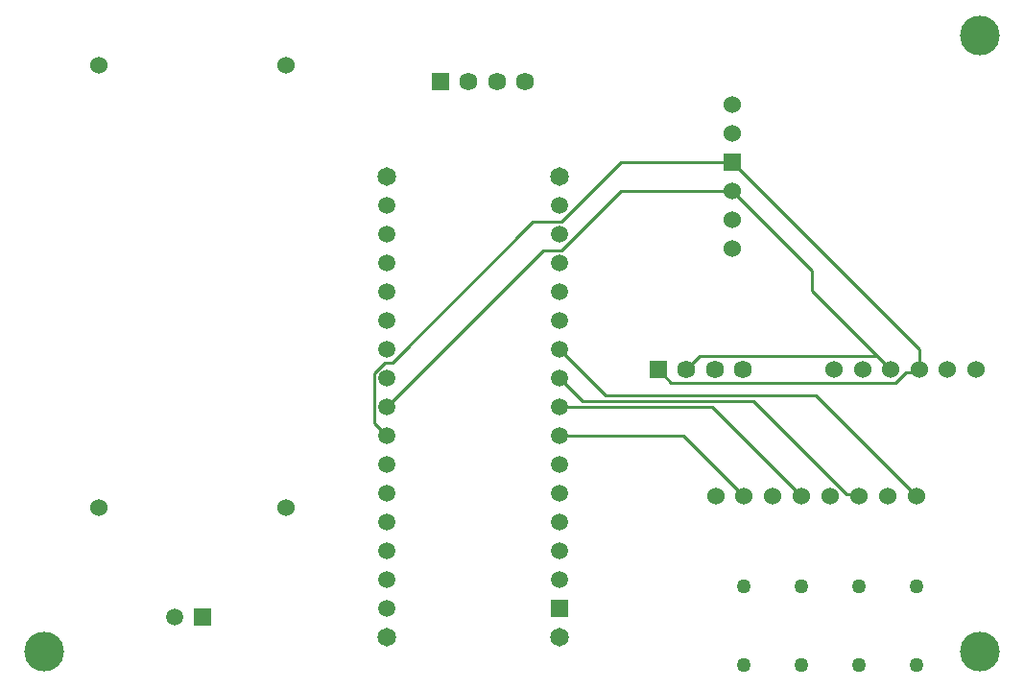
<source format=gbr>
%TF.GenerationSoftware,Altium Limited,Altium Designer,22.5.1 (42)*%
G04 Layer_Physical_Order=2*
G04 Layer_Color=16711680*
%FSLAX45Y45*%
%MOMM*%
%TF.SameCoordinates,23F47D9D-8B9D-40EC-A212-7CA489FF55AC*%
%TF.FilePolarity,Positive*%
%TF.FileFunction,Copper,L2,Bot,Signal*%
%TF.Part,Single*%
G01*
G75*
%TA.AperFunction,Conductor*%
%ADD10C,0.25400*%
%TA.AperFunction,ComponentPad*%
%ADD11R,1.52400X1.52400*%
%ADD12C,1.52400*%
%ADD13C,3.50000*%
%ADD14C,1.25800*%
%ADD15R,1.59000X1.59000*%
%ADD16C,1.59000*%
%ADD17C,1.50800*%
%ADD18R,1.50800X1.50800*%
%ADD19C,1.65100*%
D10*
X16785400Y5562900D02*
Y5744400D01*
X13473900Y6615900D02*
X13634413D01*
X13380412Y6869900D02*
X13634413D01*
X16141701Y4466945D02*
X16234055D01*
X16256000Y4445000D01*
X14155913Y7137400D02*
X15138400D01*
X14155913Y7391400D02*
X15138400D01*
X13634413Y6869900D02*
X14155913Y7391400D01*
X16418100Y5680200D02*
X16535400Y5562900D01*
X16579144Y5445000D02*
X16672745Y5538600D01*
X16761099D01*
X16785400Y5562900D01*
X12137413Y5626900D02*
X13380412Y6869900D01*
X15836900Y6261400D02*
X16418100Y5680200D01*
X14849600D02*
X16418100D01*
X14599600Y5445000D02*
X16579144D01*
X12090400Y5232400D02*
X13473900Y6615900D01*
X15138400Y7137400D02*
X15836900Y6438900D01*
X15138400Y7391400D02*
X16785400Y5744400D01*
X13614400Y5740400D02*
X14020799Y5334000D01*
X15836900Y6261400D02*
Y6438900D01*
X15875000Y5334000D02*
X16764000Y4445000D01*
X13634413Y6615900D02*
X14155913Y7137400D01*
X12070387Y5626900D02*
X12137413D01*
X14960600Y5232400D02*
X15748000Y4445000D01*
X11976900Y5091900D02*
X12090400Y4978400D01*
X11976900Y5091900D02*
Y5533413D01*
X15325446Y5283200D02*
X16141701Y4466945D01*
X13614400Y5232400D02*
X14960600D01*
X14732001Y5562600D02*
X14849600Y5680200D01*
X13614400Y4978400D02*
X14706599D01*
X15239999Y4445000D01*
X14482001Y5562600D02*
X14599600Y5445000D01*
X14020799Y5334000D02*
X15875000D01*
X11976900Y5533413D02*
X12070387Y5626900D01*
X13614400Y5486400D02*
X13817599Y5283200D01*
X15325446D01*
D11*
X15138400Y7391400D02*
D03*
D12*
Y7137400D02*
D03*
Y6883400D02*
D03*
Y6629400D02*
D03*
Y7645400D02*
D03*
Y7899400D02*
D03*
X16764000Y4445000D02*
D03*
X16510001D02*
D03*
X16256000D02*
D03*
X16002000D02*
D03*
X15748000D02*
D03*
X15494000D02*
D03*
X15239999D02*
D03*
X14994000D02*
D03*
X17285400Y5562900D02*
D03*
X17035400D02*
D03*
X16785400D02*
D03*
X16535400D02*
D03*
X16285400D02*
D03*
X16035400D02*
D03*
X9550400Y8243400D02*
D03*
X11200400Y4343400D02*
D03*
X9550400D02*
D03*
X11200400Y8243400D02*
D03*
D13*
X17322800Y8509000D02*
D03*
X9067800Y3073400D02*
D03*
X17322800D02*
D03*
D14*
X16764000Y2952000D02*
D03*
Y3652000D02*
D03*
X16256000Y2952000D02*
D03*
Y3652000D02*
D03*
X15748000Y2952000D02*
D03*
Y3652000D02*
D03*
X15239999Y2952000D02*
D03*
Y3652000D02*
D03*
D15*
X14482001Y5562600D02*
D03*
X12562225Y8102600D02*
D03*
D16*
X14732001Y5562600D02*
D03*
X14982001D02*
D03*
X15232001D02*
D03*
X12812225Y8102600D02*
D03*
X13062225D02*
D03*
X13312225D02*
D03*
D17*
X10214800Y3378200D02*
D03*
X12090400Y3454400D02*
D03*
Y3708400D02*
D03*
Y3962400D02*
D03*
Y4216400D02*
D03*
Y4470400D02*
D03*
Y4724400D02*
D03*
Y4978400D02*
D03*
Y5232400D02*
D03*
Y5486400D02*
D03*
Y5740400D02*
D03*
Y5994400D02*
D03*
Y6248400D02*
D03*
Y6502400D02*
D03*
Y6756400D02*
D03*
Y7010400D02*
D03*
X13614400D02*
D03*
Y6756400D02*
D03*
Y6502400D02*
D03*
Y6248400D02*
D03*
Y5994400D02*
D03*
Y5740400D02*
D03*
Y5486400D02*
D03*
Y5232400D02*
D03*
Y4978400D02*
D03*
Y4724400D02*
D03*
Y4470400D02*
D03*
Y4216400D02*
D03*
Y3962400D02*
D03*
Y3708400D02*
D03*
D18*
X10464800Y3378200D02*
D03*
X13614400Y3454400D02*
D03*
D19*
X12090400Y3200400D02*
D03*
X13614400D02*
D03*
X12090400Y7264400D02*
D03*
X13614400D02*
D03*
%TF.MD5,eb4b7ca30631ff06b47882e7ada25665*%
M02*

</source>
